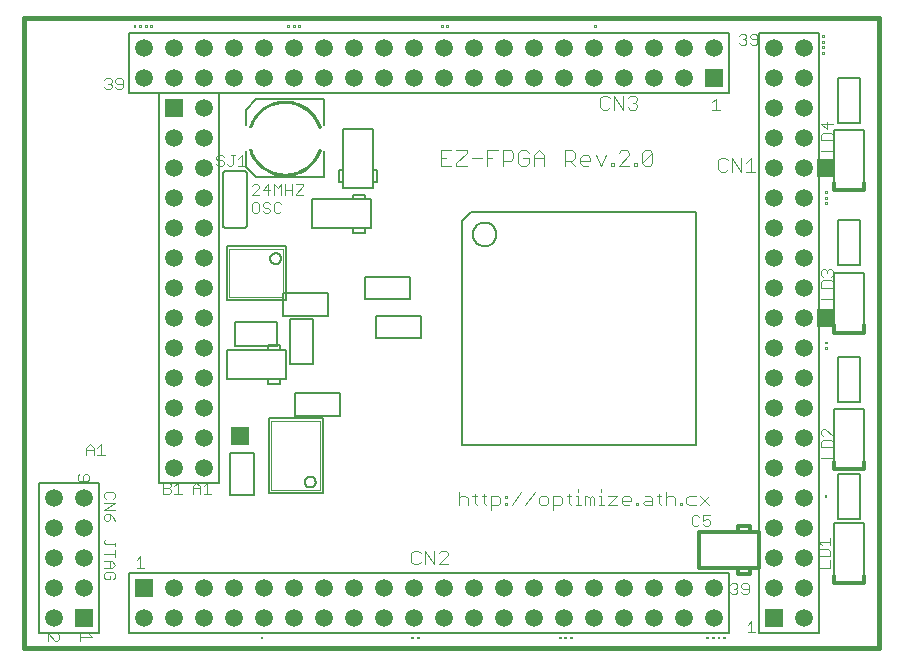
<source format=gbr>
G75*
G70*
%OFA0B0*%
%FSLAX24Y24*%
%IPPOS*%
%LPD*%
%AMOC8*
5,1,8,0,0,1.08239X$1,22.5*
%
%ADD10C,0.0160*%
%ADD11C,0.0030*%
%ADD12C,0.0040*%
%ADD13C,0.0059*%
%ADD14C,0.0060*%
%ADD15C,0.0080*%
%ADD16C,0.0010*%
%ADD17C,0.0050*%
%ADD18R,0.0591X0.0591*%
%ADD19C,0.0591*%
%ADD20C,0.0120*%
%ADD21C,0.0020*%
D10*
X001471Y001471D02*
X001471Y022471D01*
X029971Y022471D01*
X029971Y001471D01*
X001471Y001471D01*
D11*
X002274Y001702D02*
X002274Y001949D01*
X002521Y001702D01*
X002582Y001702D01*
X002644Y001763D01*
X002644Y001887D01*
X002582Y001949D01*
X003357Y001949D02*
X003357Y001702D01*
X003357Y001825D02*
X003727Y001825D01*
X003603Y001949D01*
X004206Y003746D02*
X004329Y003746D01*
X004329Y003870D01*
X004206Y003993D02*
X004144Y003932D01*
X004144Y003808D01*
X004206Y003746D01*
X004453Y003746D02*
X004514Y003808D01*
X004514Y003932D01*
X004453Y003993D01*
X004206Y003993D01*
X004144Y004115D02*
X004391Y004115D01*
X004514Y004238D01*
X004391Y004362D01*
X004144Y004362D01*
X004329Y004362D02*
X004329Y004115D01*
X004514Y004483D02*
X004514Y004730D01*
X004514Y004851D02*
X004514Y004975D01*
X004514Y004913D02*
X004206Y004913D01*
X004144Y004975D01*
X004144Y005037D01*
X004206Y005098D01*
X004144Y004606D02*
X004514Y004606D01*
X005227Y004391D02*
X005350Y004514D01*
X005350Y004144D01*
X005227Y004144D02*
X005474Y004144D01*
X004514Y005690D02*
X004453Y005813D01*
X004329Y005936D01*
X004329Y005751D01*
X004267Y005690D01*
X004206Y005690D01*
X004144Y005751D01*
X004144Y005875D01*
X004206Y005936D01*
X004329Y005936D01*
X004144Y006058D02*
X004514Y006058D01*
X004514Y006305D02*
X004144Y006305D01*
X004206Y006426D02*
X004144Y006488D01*
X004144Y006611D01*
X004206Y006673D01*
X004453Y006673D01*
X004514Y006611D01*
X004514Y006488D01*
X004453Y006426D01*
X004514Y006305D02*
X004144Y006058D01*
X003567Y007017D02*
X003320Y007017D01*
X003258Y007078D01*
X003258Y007202D01*
X003320Y007264D01*
X003443Y007202D02*
X003443Y007017D01*
X003567Y007017D02*
X003628Y007078D01*
X003628Y007202D01*
X003567Y007264D01*
X003505Y007264D01*
X003443Y007202D01*
X003553Y007884D02*
X003553Y008131D01*
X003677Y008254D01*
X003800Y008131D01*
X003800Y007884D01*
X003922Y007884D02*
X004169Y007884D01*
X004045Y007884D02*
X004045Y008254D01*
X003922Y008131D01*
X003800Y008069D02*
X003553Y008069D01*
X006112Y006975D02*
X006112Y006605D01*
X006298Y006605D01*
X006359Y006666D01*
X006359Y006728D01*
X006298Y006790D01*
X006112Y006790D01*
X006112Y006975D02*
X006298Y006975D01*
X006359Y006913D01*
X006359Y006851D01*
X006298Y006790D01*
X006481Y006851D02*
X006604Y006975D01*
X006604Y006605D01*
X006481Y006605D02*
X006728Y006605D01*
X007097Y006605D02*
X007097Y006851D01*
X007220Y006975D01*
X007344Y006851D01*
X007344Y006605D01*
X007465Y006605D02*
X007712Y006605D01*
X007588Y006605D02*
X007588Y006975D01*
X007465Y006851D01*
X007344Y006790D02*
X007097Y006790D01*
X009361Y001843D02*
X009422Y001843D01*
X009422Y001782D01*
X009361Y001782D01*
X009361Y001843D01*
X014380Y001843D02*
X014442Y001843D01*
X014442Y001782D01*
X014380Y001782D01*
X014380Y001843D01*
X014564Y001843D02*
X014626Y001843D01*
X014626Y001782D01*
X014564Y001782D01*
X014564Y001843D01*
X019301Y001843D02*
X019363Y001843D01*
X019363Y001782D01*
X019301Y001782D01*
X019301Y001843D01*
X019486Y001843D02*
X019547Y001843D01*
X019547Y001782D01*
X019486Y001782D01*
X019486Y001843D01*
X019670Y001843D02*
X019731Y001843D01*
X019731Y001782D01*
X019670Y001782D01*
X019670Y001843D01*
X024223Y001843D02*
X024284Y001843D01*
X024284Y001782D01*
X024223Y001782D01*
X024223Y001843D01*
X024407Y001843D02*
X024469Y001843D01*
X024469Y001782D01*
X024407Y001782D01*
X024407Y001843D01*
X024591Y001843D02*
X024653Y001843D01*
X024653Y001782D01*
X024591Y001782D01*
X024591Y001843D01*
X024775Y001843D02*
X024837Y001843D01*
X024837Y001782D01*
X024775Y001782D01*
X024775Y001843D01*
X025601Y001979D02*
X025848Y001979D01*
X025724Y001979D02*
X025724Y002349D01*
X025601Y002225D01*
X025564Y003258D02*
X025625Y003320D01*
X025625Y003567D01*
X025564Y003628D01*
X025440Y003628D01*
X025378Y003567D01*
X025378Y003505D01*
X025440Y003443D01*
X025625Y003443D01*
X025564Y003258D02*
X025440Y003258D01*
X025378Y003320D01*
X025257Y003320D02*
X025195Y003258D01*
X025072Y003258D01*
X025010Y003320D01*
X025134Y003443D02*
X025195Y003443D01*
X025257Y003382D01*
X025257Y003320D01*
X025195Y003443D02*
X025257Y003505D01*
X025257Y003567D01*
X025195Y003628D01*
X025072Y003628D01*
X025010Y003567D01*
X024284Y005522D02*
X024161Y005522D01*
X024099Y005584D01*
X023977Y005584D02*
X023916Y005522D01*
X023792Y005522D01*
X023731Y005584D01*
X023731Y005831D01*
X023792Y005892D01*
X023916Y005892D01*
X023977Y005831D01*
X024099Y005892D02*
X024099Y005707D01*
X024222Y005769D01*
X024284Y005769D01*
X024346Y005707D01*
X024346Y005584D01*
X024284Y005522D01*
X024346Y005892D02*
X024099Y005892D01*
X027956Y005004D02*
X028327Y005004D01*
X028327Y004881D02*
X028327Y005127D01*
X028080Y004881D02*
X027956Y005004D01*
X028018Y004759D02*
X027956Y004697D01*
X027956Y004512D01*
X028327Y004512D01*
X028327Y004697D01*
X028265Y004759D01*
X028018Y004759D01*
X028327Y004391D02*
X028327Y004144D01*
X027956Y004144D01*
X028160Y006506D02*
X028221Y006506D01*
X028221Y006568D01*
X028160Y006568D01*
X028160Y006506D01*
X028055Y007786D02*
X028425Y007786D01*
X028425Y008033D01*
X028425Y008154D02*
X028425Y008339D01*
X028363Y008401D01*
X028116Y008401D01*
X028055Y008339D01*
X028055Y008154D01*
X028425Y008154D01*
X028425Y008522D02*
X028178Y008769D01*
X028116Y008769D01*
X028055Y008707D01*
X028055Y008584D01*
X028116Y008522D01*
X028425Y008522D02*
X028425Y008769D01*
X028228Y011427D02*
X028228Y011489D01*
X028166Y011489D01*
X028166Y011427D01*
X028228Y011427D01*
X028228Y011612D02*
X028228Y011673D01*
X028166Y011673D01*
X028166Y011612D01*
X028228Y011612D01*
X028055Y013101D02*
X028425Y013101D01*
X028425Y013348D01*
X028425Y013469D02*
X028425Y013654D01*
X028363Y013716D01*
X028116Y013716D01*
X028055Y013654D01*
X028055Y013469D01*
X028425Y013469D01*
X028363Y013837D02*
X028425Y013899D01*
X028425Y014022D01*
X028363Y014084D01*
X028302Y014084D01*
X028240Y014022D01*
X028240Y013961D01*
X028240Y014022D02*
X028178Y014084D01*
X028116Y014084D01*
X028055Y014022D01*
X028055Y013899D01*
X028116Y013837D01*
X028166Y016250D02*
X028166Y016312D01*
X028228Y016312D01*
X028228Y016250D01*
X028166Y016250D01*
X028166Y016434D02*
X028166Y016496D01*
X028228Y016496D01*
X028228Y016434D01*
X028166Y016434D01*
X028166Y016619D02*
X028166Y016680D01*
X028228Y016680D01*
X028228Y016619D01*
X028166Y016619D01*
X028055Y018022D02*
X028425Y018022D01*
X028425Y018269D01*
X028425Y018390D02*
X028425Y018575D01*
X028363Y018637D01*
X028116Y018637D01*
X028055Y018575D01*
X028055Y018390D01*
X028425Y018390D01*
X028240Y018759D02*
X028240Y019005D01*
X028425Y018944D02*
X028055Y018944D01*
X028240Y018759D01*
X028130Y021270D02*
X028130Y021332D01*
X028068Y021332D01*
X028068Y021270D01*
X028130Y021270D01*
X028130Y021454D02*
X028130Y021516D01*
X028068Y021516D01*
X028068Y021454D01*
X028130Y021454D01*
X028130Y021638D02*
X028130Y021700D01*
X028068Y021700D01*
X028068Y021638D01*
X028130Y021638D01*
X028130Y021822D02*
X028130Y021884D01*
X028068Y021884D01*
X028068Y021822D01*
X028130Y021822D01*
X025921Y021874D02*
X025921Y021627D01*
X025859Y021565D01*
X025735Y021565D01*
X025674Y021627D01*
X025552Y021627D02*
X025491Y021565D01*
X025367Y021565D01*
X025305Y021627D01*
X025429Y021750D02*
X025491Y021750D01*
X025552Y021689D01*
X025552Y021627D01*
X025491Y021750D02*
X025552Y021812D01*
X025552Y021874D01*
X025491Y021936D01*
X025367Y021936D01*
X025305Y021874D01*
X025674Y021874D02*
X025674Y021812D01*
X025735Y021750D01*
X025921Y021750D01*
X025921Y021874D02*
X025859Y021936D01*
X025735Y021936D01*
X025674Y021874D01*
X024543Y019770D02*
X024543Y019400D01*
X024420Y019400D02*
X024666Y019400D01*
X024420Y019647D02*
X024543Y019770D01*
X020544Y022156D02*
X020483Y022156D01*
X020483Y022217D01*
X020544Y022217D01*
X020544Y022156D01*
X015610Y022156D02*
X015549Y022156D01*
X015549Y022217D01*
X015610Y022217D01*
X015610Y022156D01*
X015426Y022156D02*
X015364Y022156D01*
X015364Y022217D01*
X015426Y022217D01*
X015426Y022156D01*
X010676Y022156D02*
X010615Y022156D01*
X010615Y022217D01*
X010676Y022217D01*
X010676Y022156D01*
X010492Y022156D02*
X010430Y022156D01*
X010430Y022217D01*
X010492Y022217D01*
X010492Y022156D01*
X010308Y022156D02*
X010246Y022156D01*
X010246Y022217D01*
X010308Y022217D01*
X010308Y022156D01*
X005742Y022156D02*
X005681Y022156D01*
X005681Y022217D01*
X005742Y022217D01*
X005742Y022156D01*
X005558Y022156D02*
X005496Y022156D01*
X005496Y022217D01*
X005558Y022217D01*
X005558Y022156D01*
X005374Y022156D02*
X005312Y022156D01*
X005312Y022217D01*
X005374Y022217D01*
X005374Y022156D01*
X005190Y022156D02*
X005128Y022156D01*
X005128Y022217D01*
X005190Y022217D01*
X005190Y022156D01*
X004697Y020459D02*
X004574Y020459D01*
X004512Y020397D01*
X004512Y020336D01*
X004574Y020274D01*
X004759Y020274D01*
X004759Y020151D02*
X004759Y020397D01*
X004697Y020459D01*
X004391Y020397D02*
X004391Y020336D01*
X004329Y020274D01*
X004391Y020212D01*
X004391Y020151D01*
X004329Y020089D01*
X004206Y020089D01*
X004144Y020151D01*
X004267Y020274D02*
X004329Y020274D01*
X004391Y020397D02*
X004329Y020459D01*
X004206Y020459D01*
X004144Y020397D01*
X004512Y020151D02*
X004574Y020089D01*
X004697Y020089D01*
X004759Y020151D01*
X007884Y017838D02*
X007884Y017777D01*
X007946Y017715D01*
X008069Y017715D01*
X008131Y017653D01*
X008131Y017591D01*
X008069Y017530D01*
X007946Y017530D01*
X007884Y017591D01*
X007884Y017838D02*
X007946Y017900D01*
X008069Y017900D01*
X008131Y017838D01*
X008376Y017900D02*
X008499Y017900D01*
X008438Y017900D02*
X008438Y017591D01*
X008376Y017530D01*
X008314Y017530D01*
X008252Y017591D01*
X008621Y017530D02*
X008868Y017530D01*
X008744Y017530D02*
X008744Y017900D01*
X008621Y017777D01*
X009127Y016916D02*
X009065Y016854D01*
X009127Y016916D02*
X009250Y016916D01*
X009312Y016854D01*
X009312Y016792D01*
X009065Y016546D01*
X009312Y016546D01*
X009434Y016731D02*
X009619Y016916D01*
X009619Y016546D01*
X009802Y016546D02*
X009802Y016916D01*
X009925Y016792D01*
X010049Y016916D01*
X010049Y016546D01*
X010170Y016546D02*
X010170Y016916D01*
X010170Y016731D02*
X010417Y016731D01*
X010538Y016607D02*
X010538Y016546D01*
X010785Y016546D01*
X010538Y016607D02*
X010785Y016854D01*
X010785Y016916D01*
X010538Y016916D01*
X010417Y016916D02*
X010417Y016546D01*
X010049Y016264D02*
X009987Y016325D01*
X009864Y016325D01*
X009802Y016264D01*
X009802Y016017D01*
X009864Y015955D01*
X009987Y015955D01*
X010049Y016017D01*
X009680Y016017D02*
X009680Y016078D01*
X009619Y016140D01*
X009495Y016140D01*
X009434Y016202D01*
X009434Y016264D01*
X009495Y016325D01*
X009619Y016325D01*
X009680Y016264D01*
X009680Y016017D02*
X009619Y015955D01*
X009495Y015955D01*
X009434Y016017D01*
X009312Y016017D02*
X009312Y016264D01*
X009250Y016325D01*
X009127Y016325D01*
X009065Y016264D01*
X009065Y016017D01*
X009127Y015955D01*
X009250Y015955D01*
X009312Y016017D01*
X009434Y016731D02*
X009680Y016731D01*
D12*
X015369Y017535D02*
X015716Y017535D01*
X015885Y017535D02*
X016232Y017535D01*
X016401Y017795D02*
X016748Y017795D01*
X016916Y017795D02*
X017090Y017795D01*
X016916Y018055D02*
X017263Y018055D01*
X017432Y018055D02*
X017692Y018055D01*
X017779Y017969D01*
X017779Y017795D01*
X017692Y017708D01*
X017432Y017708D01*
X017432Y017535D02*
X017432Y018055D01*
X016916Y018055D02*
X016916Y017535D01*
X016232Y017969D02*
X015885Y017622D01*
X015885Y017535D01*
X015543Y017795D02*
X015369Y017795D01*
X015369Y018055D02*
X015369Y017535D01*
X015369Y018055D02*
X015716Y018055D01*
X015885Y018055D02*
X016232Y018055D01*
X016232Y017969D01*
X017948Y017969D02*
X017948Y017622D01*
X018034Y017535D01*
X018208Y017535D01*
X018295Y017622D01*
X018295Y017795D01*
X018121Y017795D01*
X017948Y017969D02*
X018034Y018055D01*
X018208Y018055D01*
X018295Y017969D01*
X018463Y017882D02*
X018637Y018055D01*
X018810Y017882D01*
X018810Y017535D01*
X018810Y017795D02*
X018463Y017795D01*
X018463Y017882D02*
X018463Y017535D01*
X019494Y017535D02*
X019494Y018055D01*
X019755Y018055D01*
X019841Y017969D01*
X019841Y017795D01*
X019755Y017708D01*
X019494Y017708D01*
X019668Y017708D02*
X019841Y017535D01*
X020010Y017622D02*
X020010Y017795D01*
X020097Y017882D01*
X020270Y017882D01*
X020357Y017795D01*
X020357Y017708D01*
X020010Y017708D01*
X020010Y017622D02*
X020097Y017535D01*
X020270Y017535D01*
X020699Y017535D02*
X020526Y017882D01*
X020873Y017882D02*
X020699Y017535D01*
X021041Y017535D02*
X021128Y017535D01*
X021128Y017622D01*
X021041Y017622D01*
X021041Y017535D01*
X021299Y017535D02*
X021646Y017882D01*
X021646Y017969D01*
X021559Y018055D01*
X021386Y018055D01*
X021299Y017969D01*
X021299Y017535D02*
X021646Y017535D01*
X021815Y017535D02*
X021902Y017535D01*
X021902Y017622D01*
X021815Y017622D01*
X021815Y017535D01*
X022073Y017622D02*
X022420Y017969D01*
X022420Y017622D01*
X022333Y017535D01*
X022159Y017535D01*
X022073Y017622D01*
X022073Y017969D01*
X022159Y018055D01*
X022333Y018055D01*
X022420Y017969D01*
X021835Y019405D02*
X021682Y019405D01*
X021605Y019482D01*
X021452Y019405D02*
X021452Y019865D01*
X021605Y019789D02*
X021682Y019865D01*
X021835Y019865D01*
X021912Y019789D01*
X021912Y019712D01*
X021835Y019635D01*
X021912Y019558D01*
X021912Y019482D01*
X021835Y019405D01*
X021835Y019635D02*
X021759Y019635D01*
X021452Y019405D02*
X021145Y019865D01*
X021145Y019405D01*
X020991Y019482D02*
X020915Y019405D01*
X020761Y019405D01*
X020684Y019482D01*
X020684Y019789D01*
X020761Y019865D01*
X020915Y019865D01*
X020991Y019789D01*
X024621Y017722D02*
X024621Y017415D01*
X024698Y017338D01*
X024852Y017338D01*
X024928Y017415D01*
X025082Y017338D02*
X025082Y017798D01*
X025389Y017338D01*
X025389Y017798D01*
X025542Y017645D02*
X025696Y017798D01*
X025696Y017338D01*
X025849Y017338D02*
X025542Y017338D01*
X024928Y017722D02*
X024852Y017798D01*
X024698Y017798D01*
X024621Y017722D01*
X020717Y006753D02*
X020717Y006676D01*
X020717Y006523D02*
X020717Y006216D01*
X020640Y006216D02*
X020794Y006216D01*
X020947Y006216D02*
X021254Y006216D01*
X021407Y006293D02*
X021484Y006216D01*
X021638Y006216D01*
X021714Y006369D02*
X021407Y006369D01*
X021407Y006293D02*
X021407Y006446D01*
X021484Y006523D01*
X021638Y006523D01*
X021714Y006446D01*
X021714Y006369D01*
X021868Y006293D02*
X021868Y006216D01*
X021944Y006216D01*
X021944Y006293D01*
X021868Y006293D01*
X022098Y006293D02*
X022175Y006369D01*
X022405Y006369D01*
X022405Y006446D02*
X022405Y006216D01*
X022175Y006216D01*
X022098Y006293D01*
X022175Y006523D02*
X022328Y006523D01*
X022405Y006446D01*
X022558Y006523D02*
X022712Y006523D01*
X022635Y006600D02*
X022635Y006293D01*
X022712Y006216D01*
X022865Y006216D02*
X022865Y006676D01*
X022942Y006523D02*
X023095Y006523D01*
X023172Y006446D01*
X023172Y006216D01*
X023326Y006216D02*
X023402Y006216D01*
X023402Y006293D01*
X023326Y006293D01*
X023326Y006216D01*
X023556Y006293D02*
X023632Y006216D01*
X023863Y006216D01*
X024016Y006216D02*
X024323Y006523D01*
X024016Y006523D02*
X024323Y006216D01*
X023863Y006523D02*
X023632Y006523D01*
X023556Y006446D01*
X023556Y006293D01*
X022942Y006523D02*
X022865Y006446D01*
X021254Y006523D02*
X020947Y006216D01*
X020947Y006523D02*
X021254Y006523D01*
X020717Y006523D02*
X020640Y006523D01*
X020487Y006446D02*
X020487Y006216D01*
X020333Y006216D02*
X020333Y006446D01*
X020410Y006523D01*
X020487Y006446D01*
X020333Y006446D02*
X020257Y006523D01*
X020180Y006523D01*
X020180Y006216D01*
X020026Y006216D02*
X019873Y006216D01*
X019950Y006216D02*
X019950Y006523D01*
X019873Y006523D01*
X019719Y006523D02*
X019566Y006523D01*
X019643Y006600D02*
X019643Y006293D01*
X019719Y006216D01*
X019413Y006293D02*
X019336Y006216D01*
X019106Y006216D01*
X019106Y006062D02*
X019106Y006523D01*
X019336Y006523D01*
X019413Y006446D01*
X019413Y006293D01*
X019950Y006676D02*
X019950Y006753D01*
X018952Y006446D02*
X018876Y006523D01*
X018722Y006523D01*
X018645Y006446D01*
X018645Y006293D01*
X018722Y006216D01*
X018876Y006216D01*
X018952Y006293D01*
X018952Y006446D01*
X018492Y006676D02*
X018185Y006216D01*
X017725Y006216D02*
X018032Y006676D01*
X017571Y006523D02*
X017571Y006446D01*
X017494Y006446D01*
X017494Y006523D01*
X017571Y006523D01*
X017571Y006293D02*
X017571Y006216D01*
X017494Y006216D01*
X017494Y006293D01*
X017571Y006293D01*
X017341Y006293D02*
X017264Y006216D01*
X017034Y006216D01*
X016881Y006216D02*
X016804Y006293D01*
X016804Y006600D01*
X016727Y006523D02*
X016881Y006523D01*
X017034Y006523D02*
X017264Y006523D01*
X017341Y006446D01*
X017341Y006293D01*
X017034Y006523D02*
X017034Y006062D01*
X016574Y006216D02*
X016497Y006293D01*
X016497Y006600D01*
X016420Y006523D02*
X016574Y006523D01*
X016267Y006446D02*
X016267Y006216D01*
X016267Y006446D02*
X016190Y006523D01*
X016037Y006523D01*
X015960Y006446D01*
X015960Y006676D02*
X015960Y006216D01*
X015536Y004708D02*
X015383Y004708D01*
X015306Y004631D01*
X015152Y004708D02*
X015152Y004247D01*
X014846Y004708D01*
X014846Y004247D01*
X014692Y004324D02*
X014615Y004247D01*
X014462Y004247D01*
X014385Y004324D01*
X014385Y004631D01*
X014462Y004708D01*
X014615Y004708D01*
X014692Y004631D01*
X015306Y004247D02*
X015613Y004554D01*
X015613Y004631D01*
X015536Y004708D01*
X015613Y004247D02*
X015306Y004247D01*
D13*
X009147Y006571D02*
X009147Y007971D01*
X008347Y007971D01*
X008347Y006571D01*
X009147Y006571D01*
X007971Y006971D02*
X005971Y006971D01*
X005971Y019971D01*
X007971Y019971D01*
X007971Y006971D01*
X010513Y009203D02*
X012013Y009203D01*
X012013Y009953D01*
X010513Y009953D01*
X010513Y009203D01*
X010346Y010916D02*
X010346Y012416D01*
X011096Y012416D01*
X011096Y010916D01*
X010346Y010916D01*
X009921Y011516D02*
X008521Y011516D01*
X008521Y012316D01*
X009921Y012316D01*
X009921Y011516D01*
X010123Y012541D02*
X011623Y012541D01*
X011623Y013291D01*
X010123Y013291D01*
X010123Y012541D01*
X012828Y013089D02*
X014328Y013089D01*
X014328Y013839D01*
X012828Y013839D01*
X012828Y013089D01*
X013221Y012543D02*
X013221Y011793D01*
X014721Y011793D01*
X014721Y012543D01*
X013221Y012543D01*
X003971Y006971D02*
X003971Y001971D01*
X001971Y001971D01*
X001971Y006971D01*
X003971Y006971D01*
X028596Y007267D02*
X028596Y005767D01*
X029346Y005767D01*
X029346Y007267D01*
X028596Y007267D01*
X028596Y009668D02*
X029346Y009668D01*
X029346Y011168D01*
X028596Y011168D01*
X028596Y009668D01*
X028596Y014221D02*
X029346Y014221D01*
X029346Y015721D01*
X028596Y015721D01*
X028596Y014221D01*
X028596Y018971D02*
X029346Y018971D01*
X029346Y020471D01*
X028596Y020471D01*
X028596Y018971D01*
D14*
X023862Y015988D02*
X016384Y015988D01*
X016088Y015693D01*
X016088Y008214D01*
X023862Y008214D01*
X023862Y015988D01*
X016432Y015251D02*
X016434Y015291D01*
X016440Y015330D01*
X016450Y015369D01*
X016464Y015406D01*
X016482Y015442D01*
X016503Y015476D01*
X016527Y015508D01*
X016555Y015537D01*
X016585Y015563D01*
X016618Y015585D01*
X016652Y015605D01*
X016689Y015620D01*
X016727Y015632D01*
X016766Y015640D01*
X016806Y015644D01*
X016846Y015644D01*
X016886Y015640D01*
X016925Y015632D01*
X016963Y015620D01*
X017000Y015605D01*
X017034Y015585D01*
X017067Y015563D01*
X017097Y015537D01*
X017125Y015508D01*
X017149Y015476D01*
X017170Y015442D01*
X017188Y015406D01*
X017202Y015369D01*
X017212Y015330D01*
X017218Y015291D01*
X017220Y015251D01*
X017218Y015211D01*
X017212Y015172D01*
X017202Y015133D01*
X017188Y015096D01*
X017170Y015060D01*
X017149Y015026D01*
X017125Y014994D01*
X017097Y014965D01*
X017067Y014939D01*
X017034Y014917D01*
X017000Y014897D01*
X016963Y014882D01*
X016925Y014870D01*
X016886Y014862D01*
X016846Y014858D01*
X016806Y014858D01*
X016766Y014862D01*
X016727Y014870D01*
X016689Y014882D01*
X016652Y014897D01*
X016618Y014917D01*
X016585Y014939D01*
X016555Y014965D01*
X016527Y014994D01*
X016503Y015026D01*
X016482Y015060D01*
X016464Y015096D01*
X016450Y015133D01*
X016440Y015172D01*
X016434Y015211D01*
X016432Y015251D01*
X010211Y014860D02*
X010211Y013063D01*
X008231Y013063D01*
X008231Y014860D01*
X010211Y014860D01*
X009681Y014442D02*
X009683Y014469D01*
X009689Y014495D01*
X009699Y014520D01*
X009712Y014543D01*
X009729Y014564D01*
X009749Y014583D01*
X009771Y014598D01*
X009795Y014610D01*
X009821Y014617D01*
X009848Y014621D01*
X009874Y014621D01*
X009901Y014617D01*
X009927Y014610D01*
X009951Y014598D01*
X009973Y014583D01*
X009993Y014564D01*
X010010Y014543D01*
X010023Y014520D01*
X010033Y014495D01*
X010039Y014469D01*
X010041Y014442D01*
X010039Y014415D01*
X010033Y014389D01*
X010023Y014364D01*
X010010Y014341D01*
X009993Y014320D01*
X009973Y014301D01*
X009951Y014286D01*
X009927Y014274D01*
X009901Y014267D01*
X009874Y014263D01*
X009848Y014263D01*
X009821Y014267D01*
X009795Y014274D01*
X009771Y014286D01*
X009749Y014301D01*
X009729Y014320D01*
X009712Y014341D01*
X009699Y014364D01*
X009689Y014389D01*
X009683Y014415D01*
X009681Y014442D01*
X008805Y015466D02*
X008205Y015466D01*
X008185Y015468D01*
X008167Y015474D01*
X008149Y015483D01*
X008134Y015495D01*
X008122Y015510D01*
X008113Y015528D01*
X008107Y015546D01*
X008105Y015566D01*
X008105Y017266D01*
X008107Y017286D01*
X008113Y017304D01*
X008122Y017322D01*
X008134Y017337D01*
X008149Y017349D01*
X008167Y017358D01*
X008185Y017364D01*
X008205Y017366D01*
X008805Y017366D01*
X008825Y017364D01*
X008843Y017358D01*
X008861Y017349D01*
X008876Y017337D01*
X008888Y017322D01*
X008897Y017304D01*
X008903Y017286D01*
X008905Y017266D01*
X008905Y015566D01*
X008903Y015546D01*
X008897Y015528D01*
X008888Y015510D01*
X008876Y015495D01*
X008861Y015483D01*
X008843Y015474D01*
X008825Y015468D01*
X008805Y015466D01*
X009634Y009133D02*
X009634Y006641D01*
X011431Y006641D01*
X011431Y009133D01*
X009634Y009133D01*
X010833Y006991D02*
X010835Y007018D01*
X010841Y007044D01*
X010851Y007069D01*
X010864Y007092D01*
X010881Y007113D01*
X010901Y007132D01*
X010923Y007147D01*
X010947Y007159D01*
X010973Y007166D01*
X011000Y007170D01*
X011026Y007170D01*
X011053Y007166D01*
X011079Y007159D01*
X011103Y007147D01*
X011125Y007132D01*
X011145Y007113D01*
X011162Y007092D01*
X011175Y007069D01*
X011185Y007044D01*
X011191Y007018D01*
X011193Y006991D01*
X011191Y006964D01*
X011185Y006938D01*
X011175Y006913D01*
X011162Y006890D01*
X011145Y006869D01*
X011125Y006850D01*
X011103Y006835D01*
X011079Y006823D01*
X011053Y006816D01*
X011026Y006812D01*
X011000Y006812D01*
X010973Y006816D01*
X010947Y006823D01*
X010923Y006835D01*
X010901Y006850D01*
X010881Y006869D01*
X010864Y006890D01*
X010851Y006913D01*
X010841Y006938D01*
X010835Y006964D01*
X010833Y006991D01*
D15*
X011468Y017155D02*
X009223Y017155D01*
X008869Y017509D01*
X008869Y018021D01*
X008869Y018887D02*
X008869Y019399D01*
X009223Y019753D01*
X011468Y019753D01*
X011468Y018887D01*
X011468Y018021D02*
X011468Y017155D01*
D16*
X008975Y018085D02*
X009042Y018106D01*
X009042Y018105D02*
X009064Y018041D01*
X009089Y017978D01*
X009118Y017917D01*
X009151Y017857D01*
X009187Y017800D01*
X009226Y017744D01*
X009268Y017691D01*
X009313Y017641D01*
X009361Y017593D01*
X009412Y017548D01*
X009465Y017506D01*
X009521Y017467D01*
X009579Y017431D01*
X009638Y017399D01*
X009700Y017370D01*
X009763Y017345D01*
X009827Y017323D01*
X009892Y017305D01*
X009959Y017291D01*
X010026Y017281D01*
X010093Y017275D01*
X010161Y017272D01*
X010229Y017273D01*
X010296Y017279D01*
X010364Y017288D01*
X010430Y017301D01*
X010496Y017318D01*
X010561Y017338D01*
X010624Y017362D01*
X010686Y017390D01*
X010746Y017421D01*
X010804Y017456D01*
X010861Y017494D01*
X010914Y017535D01*
X010966Y017579D01*
X011015Y017626D01*
X011061Y017676D01*
X011104Y017728D01*
X011144Y017783D01*
X011181Y017840D01*
X011215Y017899D01*
X011245Y017960D01*
X011271Y018022D01*
X011294Y018086D01*
X011360Y018065D01*
X011361Y018065D01*
X011337Y017998D01*
X011310Y017934D01*
X011279Y017871D01*
X011244Y017809D01*
X011206Y017750D01*
X011165Y017693D01*
X011121Y017639D01*
X011074Y017587D01*
X011024Y017537D01*
X010971Y017491D01*
X010916Y017448D01*
X010858Y017407D01*
X010798Y017370D01*
X010737Y017337D01*
X010673Y017307D01*
X010608Y017281D01*
X010541Y017258D01*
X010474Y017239D01*
X010405Y017224D01*
X010336Y017213D01*
X010266Y017206D01*
X010196Y017202D01*
X010125Y017203D01*
X010055Y017207D01*
X009985Y017216D01*
X009916Y017228D01*
X009848Y017244D01*
X009781Y017264D01*
X009714Y017288D01*
X009650Y017316D01*
X009587Y017347D01*
X009525Y017381D01*
X009466Y017419D01*
X009409Y017460D01*
X009355Y017505D01*
X009303Y017552D01*
X009254Y017602D01*
X009207Y017655D01*
X009164Y017710D01*
X009124Y017768D01*
X009087Y017828D01*
X009053Y017889D01*
X009024Y017953D01*
X008997Y018018D01*
X008975Y018085D01*
X008983Y018087D01*
X009006Y018021D01*
X009032Y017957D01*
X009062Y017894D01*
X009095Y017832D01*
X009131Y017773D01*
X009171Y017715D01*
X009214Y017661D01*
X009260Y017608D01*
X009309Y017558D01*
X009361Y017511D01*
X009415Y017467D01*
X009471Y017427D01*
X009530Y017389D01*
X009591Y017355D01*
X009653Y017324D01*
X009718Y017297D01*
X009783Y017273D01*
X009850Y017253D01*
X009918Y017237D01*
X009987Y017225D01*
X010056Y017216D01*
X010126Y017212D01*
X010195Y017211D01*
X010265Y017215D01*
X010334Y017222D01*
X010403Y017233D01*
X010471Y017248D01*
X010539Y017267D01*
X010605Y017289D01*
X010669Y017315D01*
X010732Y017345D01*
X010794Y017378D01*
X010853Y017415D01*
X010910Y017455D01*
X010965Y017498D01*
X011018Y017544D01*
X011067Y017593D01*
X011114Y017644D01*
X011158Y017699D01*
X011199Y017755D01*
X011237Y017814D01*
X011271Y017875D01*
X011302Y017937D01*
X011329Y018002D01*
X011352Y018067D01*
X011344Y018070D01*
X011320Y018005D01*
X011293Y017941D01*
X011263Y017879D01*
X011229Y017819D01*
X011192Y017760D01*
X011151Y017704D01*
X011107Y017650D01*
X011061Y017599D01*
X011011Y017550D01*
X010959Y017505D01*
X010905Y017462D01*
X010848Y017422D01*
X010789Y017386D01*
X010728Y017353D01*
X010666Y017324D01*
X010602Y017298D01*
X010536Y017275D01*
X010469Y017257D01*
X010402Y017242D01*
X010333Y017231D01*
X010264Y017224D01*
X010195Y017220D01*
X010126Y017221D01*
X010057Y017225D01*
X009988Y017234D01*
X009920Y017246D01*
X009853Y017262D01*
X009786Y017282D01*
X009721Y017305D01*
X009657Y017332D01*
X009595Y017363D01*
X009535Y017397D01*
X009476Y017434D01*
X009420Y017475D01*
X009367Y017518D01*
X009315Y017565D01*
X009267Y017614D01*
X009221Y017666D01*
X009178Y017721D01*
X009139Y017778D01*
X009103Y017837D01*
X009070Y017898D01*
X009040Y017960D01*
X009014Y018024D01*
X008992Y018090D01*
X009001Y018093D01*
X009023Y018026D01*
X009050Y017961D01*
X009080Y017897D01*
X009113Y017836D01*
X009151Y017776D01*
X009191Y017719D01*
X009235Y017664D01*
X009282Y017611D01*
X009332Y017562D01*
X009384Y017515D01*
X009440Y017471D01*
X009497Y017431D01*
X009557Y017394D01*
X009619Y017361D01*
X009682Y017331D01*
X009748Y017304D01*
X009814Y017282D01*
X009882Y017264D01*
X009951Y017249D01*
X010020Y017238D01*
X010090Y017232D01*
X010161Y017229D01*
X010231Y017230D01*
X010301Y017236D01*
X010371Y017245D01*
X010440Y017259D01*
X010508Y017276D01*
X010575Y017297D01*
X010641Y017323D01*
X010705Y017351D01*
X010767Y017384D01*
X010827Y017420D01*
X010886Y017459D01*
X010942Y017502D01*
X010995Y017548D01*
X011046Y017596D01*
X011093Y017648D01*
X011138Y017702D01*
X011180Y017759D01*
X011218Y017818D01*
X011253Y017879D01*
X011284Y017942D01*
X011311Y018007D01*
X011335Y018073D01*
X011327Y018076D01*
X011303Y018010D01*
X011276Y017946D01*
X011245Y017883D01*
X011210Y017823D01*
X011172Y017764D01*
X011131Y017708D01*
X011087Y017654D01*
X011039Y017603D01*
X010989Y017554D01*
X010936Y017509D01*
X010880Y017466D01*
X010823Y017427D01*
X010763Y017392D01*
X010701Y017359D01*
X010637Y017331D01*
X010572Y017306D01*
X010505Y017285D01*
X010438Y017268D01*
X010369Y017254D01*
X010300Y017245D01*
X010230Y017239D01*
X010161Y017238D01*
X010091Y017241D01*
X010021Y017247D01*
X009952Y017258D01*
X009884Y017272D01*
X009817Y017291D01*
X009751Y017313D01*
X009686Y017339D01*
X009623Y017369D01*
X009561Y017402D01*
X009502Y017439D01*
X009445Y017479D01*
X009390Y017522D01*
X009338Y017568D01*
X009289Y017617D01*
X009242Y017669D01*
X009198Y017724D01*
X009158Y017781D01*
X009121Y017840D01*
X009088Y017901D01*
X009058Y017965D01*
X009032Y018029D01*
X009009Y018095D01*
X009018Y018098D01*
X009040Y018032D01*
X009066Y017968D01*
X009096Y017906D01*
X009129Y017845D01*
X009166Y017786D01*
X009206Y017729D01*
X009249Y017675D01*
X009295Y017624D01*
X009344Y017575D01*
X009396Y017529D01*
X009450Y017486D01*
X009507Y017446D01*
X009566Y017410D01*
X009627Y017377D01*
X009690Y017347D01*
X009754Y017321D01*
X009820Y017299D01*
X009886Y017281D01*
X009954Y017267D01*
X010023Y017256D01*
X010092Y017250D01*
X010161Y017247D01*
X010230Y017248D01*
X010299Y017254D01*
X010368Y017263D01*
X010436Y017276D01*
X010503Y017294D01*
X010569Y017314D01*
X010634Y017339D01*
X010697Y017368D01*
X010758Y017399D01*
X010818Y017435D01*
X010875Y017474D01*
X010930Y017516D01*
X010983Y017561D01*
X011033Y017609D01*
X011080Y017660D01*
X011124Y017713D01*
X011165Y017769D01*
X011202Y017827D01*
X011237Y017887D01*
X011267Y017949D01*
X011295Y018013D01*
X011318Y018078D01*
X011309Y018081D01*
X011286Y018016D01*
X011259Y017953D01*
X011229Y017892D01*
X011195Y017832D01*
X011157Y017774D01*
X011117Y017719D01*
X011073Y017666D01*
X011026Y017615D01*
X010977Y017567D01*
X010925Y017523D01*
X010870Y017481D01*
X010813Y017443D01*
X010754Y017407D01*
X010693Y017376D01*
X010630Y017347D01*
X010566Y017323D01*
X010500Y017302D01*
X010434Y017285D01*
X010366Y017272D01*
X010298Y017263D01*
X010230Y017257D01*
X010161Y017256D01*
X010092Y017259D01*
X010024Y017265D01*
X009956Y017275D01*
X009888Y017290D01*
X009822Y017308D01*
X009757Y017330D01*
X009693Y017355D01*
X009631Y017385D01*
X009570Y017417D01*
X009512Y017454D01*
X009456Y017493D01*
X009402Y017536D01*
X009350Y017581D01*
X009302Y017630D01*
X009256Y017681D01*
X009213Y017735D01*
X009173Y017791D01*
X009137Y017849D01*
X009104Y017910D01*
X009074Y017972D01*
X009049Y018035D01*
X009026Y018100D01*
X009035Y018103D01*
X009057Y018039D01*
X009083Y017975D01*
X009112Y017914D01*
X009145Y017854D01*
X009181Y017796D01*
X009220Y017740D01*
X009263Y017687D01*
X009308Y017636D01*
X009357Y017588D01*
X009408Y017542D01*
X009461Y017500D01*
X009517Y017461D01*
X009575Y017425D01*
X009635Y017393D01*
X009697Y017364D01*
X009760Y017338D01*
X009825Y017317D01*
X009891Y017299D01*
X009957Y017284D01*
X010025Y017274D01*
X010093Y017268D01*
X010161Y017265D01*
X010229Y017266D01*
X010297Y017272D01*
X010365Y017281D01*
X010432Y017294D01*
X010498Y017311D01*
X010563Y017331D01*
X010627Y017356D01*
X010689Y017384D01*
X010749Y017415D01*
X010808Y017450D01*
X010865Y017488D01*
X010919Y017530D01*
X010971Y017574D01*
X011020Y017621D01*
X011066Y017672D01*
X011110Y017724D01*
X011150Y017779D01*
X011187Y017836D01*
X011221Y017896D01*
X011251Y017957D01*
X011278Y018020D01*
X011301Y018084D01*
X011361Y018823D02*
X011294Y018802D01*
X011294Y018803D02*
X011272Y018867D01*
X011247Y018930D01*
X011218Y018991D01*
X011185Y019051D01*
X011149Y019108D01*
X011110Y019164D01*
X011068Y019217D01*
X011023Y019267D01*
X010975Y019315D01*
X010924Y019360D01*
X010871Y019402D01*
X010815Y019441D01*
X010757Y019477D01*
X010698Y019509D01*
X010636Y019538D01*
X010573Y019563D01*
X010509Y019585D01*
X010444Y019603D01*
X010377Y019617D01*
X010310Y019627D01*
X010243Y019633D01*
X010175Y019636D01*
X010107Y019635D01*
X010040Y019629D01*
X009972Y019620D01*
X009906Y019607D01*
X009840Y019590D01*
X009775Y019570D01*
X009712Y019546D01*
X009650Y019518D01*
X009590Y019487D01*
X009532Y019452D01*
X009475Y019414D01*
X009422Y019373D01*
X009370Y019329D01*
X009321Y019282D01*
X009275Y019232D01*
X009232Y019180D01*
X009192Y019125D01*
X009155Y019068D01*
X009121Y019009D01*
X009091Y018948D01*
X009065Y018886D01*
X009042Y018822D01*
X008976Y018843D01*
X008975Y018843D01*
X008999Y018910D01*
X009026Y018974D01*
X009057Y019037D01*
X009092Y019099D01*
X009130Y019158D01*
X009171Y019215D01*
X009215Y019269D01*
X009262Y019321D01*
X009312Y019371D01*
X009365Y019417D01*
X009420Y019460D01*
X009478Y019501D01*
X009538Y019538D01*
X009600Y019571D01*
X009663Y019601D01*
X009728Y019627D01*
X009795Y019650D01*
X009862Y019669D01*
X009931Y019684D01*
X010000Y019695D01*
X010070Y019702D01*
X010140Y019706D01*
X010211Y019705D01*
X010281Y019701D01*
X010351Y019692D01*
X010420Y019680D01*
X010488Y019664D01*
X010556Y019644D01*
X010622Y019620D01*
X010686Y019592D01*
X010749Y019561D01*
X010811Y019527D01*
X010870Y019489D01*
X010927Y019448D01*
X010981Y019403D01*
X011033Y019356D01*
X011082Y019306D01*
X011129Y019253D01*
X011172Y019198D01*
X011212Y019140D01*
X011249Y019080D01*
X011283Y019019D01*
X011312Y018955D01*
X011339Y018890D01*
X011361Y018823D01*
X011353Y018821D01*
X011330Y018887D01*
X011304Y018951D01*
X011274Y019014D01*
X011241Y019076D01*
X011205Y019135D01*
X011165Y019192D01*
X011122Y019247D01*
X011076Y019300D01*
X011027Y019350D01*
X010975Y019397D01*
X010921Y019441D01*
X010865Y019481D01*
X010806Y019519D01*
X010745Y019553D01*
X010683Y019584D01*
X010618Y019611D01*
X010553Y019635D01*
X010486Y019655D01*
X010418Y019671D01*
X010349Y019683D01*
X010280Y019692D01*
X010210Y019696D01*
X010141Y019697D01*
X010071Y019693D01*
X010002Y019686D01*
X009933Y019675D01*
X009865Y019660D01*
X009797Y019641D01*
X009731Y019619D01*
X009667Y019593D01*
X009604Y019563D01*
X009542Y019530D01*
X009483Y019493D01*
X009426Y019453D01*
X009371Y019410D01*
X009318Y019364D01*
X009269Y019315D01*
X009222Y019264D01*
X009178Y019209D01*
X009137Y019153D01*
X009099Y019094D01*
X009065Y019033D01*
X009034Y018971D01*
X009007Y018906D01*
X008984Y018841D01*
X008992Y018838D01*
X009016Y018903D01*
X009043Y018967D01*
X009073Y019029D01*
X009107Y019089D01*
X009144Y019148D01*
X009185Y019204D01*
X009229Y019258D01*
X009275Y019309D01*
X009325Y019358D01*
X009377Y019403D01*
X009431Y019446D01*
X009488Y019486D01*
X009547Y019522D01*
X009608Y019555D01*
X009670Y019585D01*
X009735Y019610D01*
X009800Y019633D01*
X009867Y019651D01*
X009934Y019666D01*
X010003Y019677D01*
X010072Y019684D01*
X010141Y019688D01*
X010210Y019687D01*
X010279Y019683D01*
X010348Y019674D01*
X010416Y019662D01*
X010484Y019646D01*
X010550Y019626D01*
X010615Y019603D01*
X010679Y019576D01*
X010741Y019545D01*
X010801Y019511D01*
X010860Y019474D01*
X010916Y019433D01*
X010969Y019390D01*
X011021Y019343D01*
X011069Y019294D01*
X011115Y019242D01*
X011158Y019187D01*
X011197Y019130D01*
X011233Y019071D01*
X011266Y019010D01*
X011296Y018948D01*
X011322Y018884D01*
X011344Y018818D01*
X011335Y018815D01*
X011313Y018882D01*
X011286Y018947D01*
X011256Y019011D01*
X011223Y019072D01*
X011185Y019132D01*
X011145Y019189D01*
X011101Y019244D01*
X011054Y019297D01*
X011004Y019346D01*
X010952Y019393D01*
X010896Y019437D01*
X010839Y019477D01*
X010779Y019514D01*
X010717Y019547D01*
X010654Y019577D01*
X010588Y019604D01*
X010522Y019626D01*
X010454Y019644D01*
X010385Y019659D01*
X010316Y019670D01*
X010246Y019676D01*
X010175Y019679D01*
X010105Y019678D01*
X010035Y019672D01*
X009965Y019663D01*
X009896Y019649D01*
X009828Y019632D01*
X009761Y019611D01*
X009695Y019585D01*
X009631Y019557D01*
X009569Y019524D01*
X009509Y019488D01*
X009450Y019449D01*
X009394Y019406D01*
X009341Y019360D01*
X009290Y019312D01*
X009243Y019260D01*
X009198Y019206D01*
X009156Y019149D01*
X009118Y019090D01*
X009083Y019029D01*
X009052Y018966D01*
X009025Y018901D01*
X009001Y018835D01*
X009009Y018832D01*
X009033Y018898D01*
X009060Y018962D01*
X009091Y019025D01*
X009126Y019085D01*
X009164Y019144D01*
X009205Y019200D01*
X009249Y019254D01*
X009297Y019305D01*
X009347Y019354D01*
X009400Y019399D01*
X009456Y019442D01*
X009513Y019481D01*
X009573Y019516D01*
X009635Y019549D01*
X009699Y019577D01*
X009764Y019602D01*
X009831Y019623D01*
X009898Y019640D01*
X009967Y019654D01*
X010036Y019663D01*
X010106Y019669D01*
X010175Y019670D01*
X010245Y019667D01*
X010315Y019661D01*
X010384Y019650D01*
X010452Y019636D01*
X010519Y019617D01*
X010585Y019595D01*
X010650Y019569D01*
X010713Y019539D01*
X010775Y019506D01*
X010834Y019469D01*
X010891Y019429D01*
X010946Y019386D01*
X010998Y019340D01*
X011047Y019291D01*
X011094Y019239D01*
X011138Y019184D01*
X011178Y019127D01*
X011215Y019068D01*
X011248Y019007D01*
X011278Y018943D01*
X011304Y018879D01*
X011327Y018813D01*
X011318Y018810D01*
X011296Y018876D01*
X011270Y018940D01*
X011240Y019002D01*
X011207Y019063D01*
X011170Y019122D01*
X011130Y019179D01*
X011087Y019233D01*
X011041Y019284D01*
X010992Y019333D01*
X010940Y019379D01*
X010886Y019422D01*
X010829Y019462D01*
X010770Y019498D01*
X010709Y019531D01*
X010646Y019561D01*
X010582Y019587D01*
X010516Y019609D01*
X010450Y019627D01*
X010382Y019641D01*
X010313Y019652D01*
X010244Y019658D01*
X010175Y019661D01*
X010106Y019660D01*
X010037Y019654D01*
X009968Y019645D01*
X009900Y019632D01*
X009833Y019614D01*
X009767Y019594D01*
X009702Y019569D01*
X009639Y019540D01*
X009578Y019509D01*
X009518Y019473D01*
X009461Y019434D01*
X009406Y019392D01*
X009353Y019347D01*
X009303Y019299D01*
X009256Y019248D01*
X009212Y019195D01*
X009171Y019139D01*
X009134Y019081D01*
X009099Y019021D01*
X009069Y018959D01*
X009041Y018895D01*
X009018Y018830D01*
X009027Y018827D01*
X009050Y018892D01*
X009077Y018955D01*
X009107Y019016D01*
X009141Y019076D01*
X009179Y019134D01*
X009219Y019189D01*
X009263Y019242D01*
X009310Y019293D01*
X009359Y019341D01*
X009411Y019385D01*
X009466Y019427D01*
X009523Y019465D01*
X009582Y019501D01*
X009643Y019532D01*
X009706Y019561D01*
X009770Y019585D01*
X009836Y019606D01*
X009902Y019623D01*
X009970Y019636D01*
X010038Y019645D01*
X010106Y019651D01*
X010175Y019652D01*
X010244Y019649D01*
X010312Y019643D01*
X010380Y019632D01*
X010448Y019618D01*
X010514Y019600D01*
X010579Y019578D01*
X010643Y019553D01*
X010705Y019523D01*
X010766Y019491D01*
X010824Y019454D01*
X010880Y019415D01*
X010934Y019372D01*
X010986Y019327D01*
X011034Y019278D01*
X011080Y019227D01*
X011123Y019173D01*
X011163Y019117D01*
X011199Y019059D01*
X011232Y018998D01*
X011262Y018936D01*
X011287Y018873D01*
X011310Y018808D01*
X011301Y018805D01*
X011279Y018869D01*
X011253Y018933D01*
X011224Y018994D01*
X011191Y019054D01*
X011155Y019112D01*
X011116Y019168D01*
X011073Y019221D01*
X011028Y019272D01*
X010980Y019320D01*
X010928Y019366D01*
X010875Y019408D01*
X010819Y019447D01*
X010761Y019483D01*
X010701Y019515D01*
X010639Y019544D01*
X010576Y019570D01*
X010511Y019591D01*
X010445Y019609D01*
X010379Y019624D01*
X010311Y019634D01*
X010243Y019640D01*
X010175Y019643D01*
X010107Y019642D01*
X010039Y019636D01*
X009971Y019627D01*
X009904Y019614D01*
X009838Y019597D01*
X009773Y019577D01*
X009709Y019552D01*
X009647Y019524D01*
X009587Y019493D01*
X009528Y019458D01*
X009471Y019420D01*
X009417Y019378D01*
X009365Y019334D01*
X009316Y019287D01*
X009270Y019237D01*
X009226Y019184D01*
X009186Y019129D01*
X009149Y019072D01*
X009115Y019012D01*
X009085Y018951D01*
X009058Y018888D01*
X009035Y018824D01*
D17*
X012123Y018771D02*
X012123Y017393D01*
X011975Y017393D01*
X011975Y016999D01*
X012123Y016999D01*
X012123Y016802D01*
X013107Y016802D01*
X013107Y016999D01*
X013255Y016999D01*
X013255Y017393D01*
X013107Y017393D01*
X013107Y016999D01*
X013107Y017393D02*
X013107Y018771D01*
X012123Y018771D01*
X012123Y017393D02*
X012123Y016999D01*
X012456Y016578D02*
X012456Y016430D01*
X012849Y016430D01*
X012849Y016578D01*
X012456Y016578D01*
X012456Y016430D02*
X011078Y016430D01*
X011078Y015446D01*
X012456Y015446D01*
X012456Y015298D01*
X012849Y015298D01*
X012849Y015446D01*
X013046Y015446D01*
X013046Y016430D01*
X012849Y016430D01*
X012849Y015446D02*
X012456Y015446D01*
X010009Y011556D02*
X009615Y011556D01*
X009615Y011409D01*
X010009Y011409D01*
X010009Y011556D01*
X010009Y011409D02*
X010206Y011409D01*
X010206Y010424D01*
X010009Y010424D01*
X010009Y010277D01*
X009615Y010277D01*
X009615Y010424D01*
X008237Y010424D01*
X008237Y011409D01*
X009615Y011409D01*
X009615Y010424D02*
X010009Y010424D01*
X004971Y003971D02*
X004971Y001971D01*
X024971Y001971D01*
X024971Y003971D01*
X004971Y003971D01*
X004971Y019971D02*
X004971Y021971D01*
X024971Y021971D01*
X024971Y019971D01*
X004971Y019971D01*
X025971Y021971D02*
X027971Y021971D01*
X027971Y001971D01*
X025971Y001971D01*
X025971Y021971D01*
X028471Y018721D02*
X028471Y017471D01*
X028471Y016971D01*
X029471Y016971D02*
X029471Y017471D01*
X029471Y018721D01*
X028471Y018721D01*
X028471Y013971D02*
X028471Y012721D01*
X028471Y012221D01*
X029471Y012221D02*
X029471Y012721D01*
X029471Y013971D01*
X028471Y013971D01*
X028471Y009418D02*
X028471Y008168D01*
X028471Y007668D01*
X029471Y007668D02*
X029471Y008168D01*
X029471Y009418D01*
X028471Y009418D01*
X028471Y005615D02*
X028471Y004365D01*
X028471Y003865D01*
X029471Y003865D02*
X029471Y004365D01*
X029471Y005615D01*
X028471Y005615D01*
D18*
X026471Y002471D03*
X028221Y012471D03*
X028221Y017471D03*
X024471Y020471D03*
X008684Y008527D03*
X005471Y003471D03*
X003471Y002471D03*
X006471Y019471D03*
D19*
X007471Y019471D03*
X007471Y018471D03*
X006471Y018471D03*
X006471Y017471D03*
X007471Y017471D03*
X007471Y016471D03*
X006471Y016471D03*
X006471Y015471D03*
X007471Y015471D03*
X007471Y014471D03*
X006471Y014471D03*
X006471Y013471D03*
X007471Y013471D03*
X007471Y012471D03*
X006471Y012471D03*
X006471Y011471D03*
X007471Y011471D03*
X007471Y010471D03*
X006471Y010471D03*
X006471Y009471D03*
X007471Y009471D03*
X007471Y008471D03*
X006471Y008471D03*
X006471Y007471D03*
X007471Y007471D03*
X003471Y006471D03*
X002471Y006471D03*
X002471Y005471D03*
X002471Y004471D03*
X002471Y003471D03*
X002471Y002471D03*
X003471Y003471D03*
X003471Y004471D03*
X003471Y005471D03*
X006471Y003471D03*
X007471Y003471D03*
X007471Y002471D03*
X006471Y002471D03*
X005471Y002471D03*
X008471Y002471D03*
X009471Y002471D03*
X010471Y002471D03*
X011471Y002471D03*
X012471Y002471D03*
X012471Y003471D03*
X011471Y003471D03*
X010471Y003471D03*
X009471Y003471D03*
X008471Y003471D03*
X013471Y003471D03*
X014471Y003471D03*
X015471Y003471D03*
X016471Y003471D03*
X016471Y002471D03*
X015471Y002471D03*
X014471Y002471D03*
X013471Y002471D03*
X017471Y002471D03*
X018471Y002471D03*
X019471Y002471D03*
X020471Y002471D03*
X021471Y002471D03*
X021471Y003471D03*
X020471Y003471D03*
X019471Y003471D03*
X018471Y003471D03*
X017471Y003471D03*
X022471Y003471D03*
X023471Y003471D03*
X024471Y003471D03*
X024471Y002471D03*
X023471Y002471D03*
X022471Y002471D03*
X026471Y003471D03*
X026471Y004471D03*
X026471Y005471D03*
X027471Y005471D03*
X027471Y004471D03*
X027471Y003471D03*
X027471Y002471D03*
X027471Y006471D03*
X026471Y006471D03*
X026471Y007471D03*
X026471Y008471D03*
X026471Y009471D03*
X026471Y010471D03*
X026471Y011471D03*
X027471Y011471D03*
X027471Y010471D03*
X027471Y009471D03*
X027471Y008471D03*
X027471Y007471D03*
X027471Y012471D03*
X026471Y012471D03*
X026471Y013471D03*
X026471Y014471D03*
X026471Y015471D03*
X026471Y016471D03*
X027471Y016471D03*
X027471Y015471D03*
X027471Y014471D03*
X027471Y013471D03*
X027471Y017471D03*
X026471Y017471D03*
X026471Y018471D03*
X026471Y019471D03*
X026471Y020471D03*
X026471Y021471D03*
X027471Y021471D03*
X027471Y020471D03*
X027471Y019471D03*
X027471Y018471D03*
X024471Y021471D03*
X023471Y021471D03*
X022471Y021471D03*
X022471Y020471D03*
X023471Y020471D03*
X021471Y020471D03*
X020471Y020471D03*
X019471Y020471D03*
X018471Y020471D03*
X017471Y020471D03*
X016471Y020471D03*
X015471Y020471D03*
X014471Y020471D03*
X013471Y020471D03*
X012471Y020471D03*
X011471Y020471D03*
X010471Y020471D03*
X009471Y020471D03*
X008471Y020471D03*
X007471Y020471D03*
X006471Y020471D03*
X005471Y020471D03*
X005471Y021471D03*
X006471Y021471D03*
X007471Y021471D03*
X008471Y021471D03*
X009471Y021471D03*
X010471Y021471D03*
X011471Y021471D03*
X012471Y021471D03*
X013471Y021471D03*
X014471Y021471D03*
X015471Y021471D03*
X016471Y021471D03*
X017471Y021471D03*
X018471Y021471D03*
X019471Y021471D03*
X020471Y021471D03*
X021471Y021471D03*
D20*
X028471Y016971D02*
X028471Y016721D01*
X029471Y016721D01*
X029471Y016971D01*
X029471Y012221D02*
X029471Y011971D01*
X028471Y011971D01*
X028471Y012221D01*
X028471Y007668D02*
X028471Y007418D01*
X029471Y007418D01*
X029471Y007668D01*
X025971Y005321D02*
X025671Y005321D01*
X025671Y005521D01*
X025271Y005521D01*
X025271Y005321D01*
X023971Y005321D01*
X023971Y004121D01*
X025271Y004121D01*
X025271Y003921D01*
X025671Y003921D01*
X025671Y004121D01*
X025971Y004121D01*
X025971Y005321D01*
X025671Y005321D02*
X025271Y005321D01*
X025271Y004121D02*
X025671Y004121D01*
X028471Y003865D02*
X028471Y003615D01*
X029471Y003615D01*
X029471Y003865D01*
D21*
X011341Y006731D02*
X009724Y006731D01*
X009724Y009043D01*
X011341Y009043D01*
X011341Y006731D01*
X010121Y013153D02*
X008321Y013153D01*
X008321Y014770D01*
X010121Y014770D01*
X010121Y013153D01*
M02*

</source>
